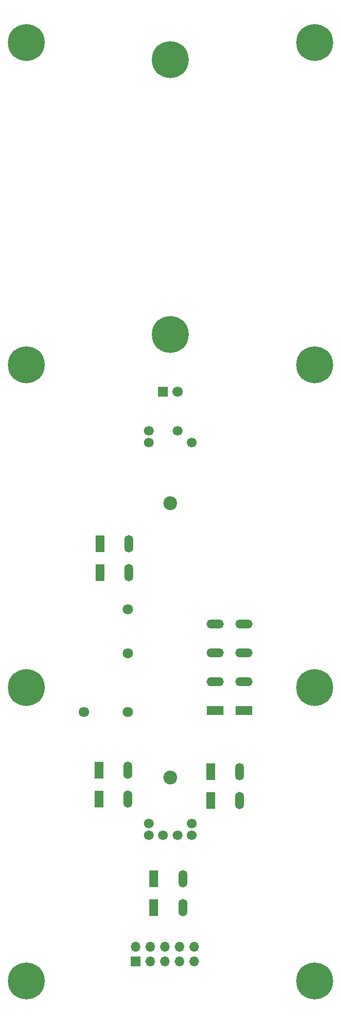
<source format=gbr>
%TF.GenerationSoftware,KiCad,Pcbnew,7.0.8*%
%TF.CreationDate,2023-11-15T13:51:47+01:00*%
%TF.ProjectId,module-rev1,6d6f6475-6c65-42d7-9265-76312e6b6963,rev?*%
%TF.SameCoordinates,Original*%
%TF.FileFunction,Soldermask,Bot*%
%TF.FilePolarity,Negative*%
%FSLAX46Y46*%
G04 Gerber Fmt 4.6, Leading zero omitted, Abs format (unit mm)*
G04 Created by KiCad (PCBNEW 7.0.8) date 2023-11-15 13:51:47*
%MOMM*%
%LPD*%
G01*
G04 APERTURE LIST*
%ADD10R,1.500000X3.000000*%
%ADD11O,1.500000X3.000000*%
%ADD12C,0.800000*%
%ADD13C,6.400000*%
%ADD14R,3.000000X1.500000*%
%ADD15O,3.000000X1.500000*%
%ADD16C,1.803400*%
%ADD17C,1.700000*%
%ADD18C,2.400000*%
%ADD19R,1.800000X1.800000*%
%ADD20C,1.800000*%
%ADD21R,1.700000X1.700000*%
%ADD22O,1.700000X1.700000*%
G04 APERTURE END LIST*
D10*
%TO.C,J502*%
X103470682Y-539623023D03*
X103470682Y-544623023D03*
D11*
X108470682Y-539623023D03*
X108470682Y-544623023D03*
%TD*%
D12*
%TO.C,H108*%
X88320682Y-452873023D03*
X89023626Y-451175967D03*
X89023626Y-454570079D03*
X90720682Y-450473023D03*
D13*
X90720682Y-452873023D03*
D12*
X90720682Y-455273023D03*
X92417738Y-451175967D03*
X92417738Y-454570079D03*
X93120682Y-452873023D03*
%TD*%
%TO.C,H108*%
X138320682Y-452873023D03*
X139023626Y-451175967D03*
X139023626Y-454570079D03*
X140720682Y-450473023D03*
D13*
X140720682Y-452873023D03*
D12*
X140720682Y-455273023D03*
X142417738Y-451175967D03*
X142417738Y-454570079D03*
X143120682Y-452873023D03*
%TD*%
D14*
%TO.C,U501*%
X123470682Y-568523023D03*
X128470682Y-568523023D03*
D15*
X123470682Y-563523023D03*
X128470682Y-563523023D03*
X123470682Y-558523023D03*
X128470682Y-558523023D03*
X123470682Y-553523023D03*
X128470682Y-553523023D03*
%TD*%
D10*
%TO.C,SW502*%
X122720682Y-579123023D03*
X122720682Y-584123023D03*
D11*
X127720682Y-579123023D03*
X127720682Y-584123023D03*
%TD*%
D12*
%TO.C,H108*%
X88320682Y-564539689D03*
X89023626Y-562842633D03*
X89023626Y-566236745D03*
X90720682Y-562139689D03*
D13*
X90720682Y-564539689D03*
D12*
X90720682Y-566939689D03*
X92417738Y-562842633D03*
X92417738Y-566236745D03*
X93120682Y-564539689D03*
%TD*%
%TO.C,H108*%
X138320682Y-615373023D03*
X139023626Y-613675967D03*
X139023626Y-617070079D03*
X140720682Y-612973023D03*
D13*
X140720682Y-615373023D03*
D12*
X140720682Y-617773023D03*
X142417738Y-613675967D03*
X142417738Y-617070079D03*
X143120682Y-615373023D03*
%TD*%
%TO.C,H108*%
X113300682Y-503374689D03*
X114003626Y-501677633D03*
X114003626Y-505071745D03*
X115700682Y-500974689D03*
D13*
X115700682Y-503374689D03*
D12*
X115700682Y-505774689D03*
X117397738Y-501677633D03*
X117397738Y-505071745D03*
X118100682Y-503374689D03*
%TD*%
%TO.C,H108*%
X88320682Y-508706356D03*
X89023626Y-507009300D03*
X89023626Y-510403412D03*
X90720682Y-506306356D03*
D13*
X90720682Y-508706356D03*
D12*
X90720682Y-511106356D03*
X92417738Y-507009300D03*
X92417738Y-510403412D03*
X93120682Y-508706356D03*
%TD*%
D10*
%TO.C,SW503*%
X103320682Y-578873023D03*
X103320682Y-583873023D03*
D11*
X108320682Y-578873023D03*
X108320682Y-583873023D03*
%TD*%
D12*
%TO.C,H108*%
X113300682Y-455874689D03*
X114003626Y-454177633D03*
X114003626Y-457571745D03*
X115700682Y-453474689D03*
D13*
X115700682Y-455874689D03*
D12*
X115700682Y-458274689D03*
X117397738Y-454177633D03*
X117397738Y-457571745D03*
X118100682Y-455874689D03*
%TD*%
D16*
%TO.C,K501*%
X108280682Y-568763023D03*
X100660682Y-568763023D03*
X108280682Y-558603023D03*
X108280682Y-550983023D03*
%TD*%
D12*
%TO.C,H108*%
X88320682Y-615373023D03*
X89023626Y-613675967D03*
X89023626Y-617070079D03*
X90720682Y-612973023D03*
D13*
X90720682Y-615373023D03*
D12*
X90720682Y-617773023D03*
X92417738Y-613675967D03*
X92417738Y-617070079D03*
X93120682Y-615373023D03*
%TD*%
%TO.C,H108*%
X138320682Y-564539689D03*
X139023626Y-562842633D03*
X139023626Y-566236745D03*
X140720682Y-562139689D03*
D13*
X140720682Y-564539689D03*
D12*
X140720682Y-566939689D03*
X142417738Y-562842633D03*
X142417738Y-566236745D03*
X143120682Y-564539689D03*
%TD*%
D10*
%TO.C,SW501*%
X112820682Y-597623023D03*
X112820682Y-602623023D03*
D11*
X117820682Y-597623023D03*
X117820682Y-602623023D03*
%TD*%
D12*
%TO.C,H108*%
X138320682Y-508706356D03*
X139023626Y-507009300D03*
X139023626Y-510403412D03*
X140720682Y-506306356D03*
D13*
X140720682Y-508706356D03*
D12*
X140720682Y-511106356D03*
X142417738Y-507009300D03*
X142417738Y-510403412D03*
X143120682Y-508706356D03*
%TD*%
D17*
%TO.C,RV501*%
X111910682Y-588123023D03*
X119410682Y-588123023D03*
X111910682Y-522123023D03*
X119410682Y-522123023D03*
X116910682Y-590123023D03*
X119410682Y-590123023D03*
X116910682Y-520123023D03*
X111910682Y-590123023D03*
X114410682Y-590123023D03*
D18*
X115660682Y-580123023D03*
X115660682Y-532623023D03*
D17*
X111910682Y-520123023D03*
%TD*%
D19*
%TO.C,D502*%
X114400682Y-513348023D03*
D20*
X116940682Y-513348023D03*
%TD*%
D21*
%TO.C,J501*%
X109640682Y-611998023D03*
D22*
X109640682Y-609458023D03*
X112180682Y-611998023D03*
X112180682Y-609458023D03*
X114720682Y-611998023D03*
X114720682Y-609458023D03*
X117260682Y-611998023D03*
X117260682Y-609458023D03*
X119800682Y-611998023D03*
X119800682Y-609458023D03*
%TD*%
M02*

</source>
